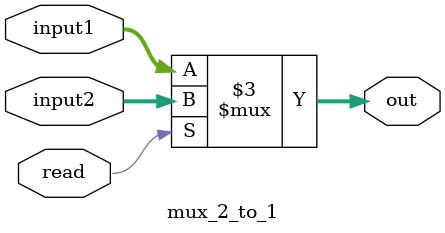
<source format=v>

module mux_2_to_1 (
  input wire [31:0] input1, input2, 
  input wire read,
  output reg [31:0] out
);
 
always@(*) begin
  if (read) begin
    out <= input2[31:0];
  end
  else begin
    out <= input1[31:0];
  end
end
 
endmodule
</source>
